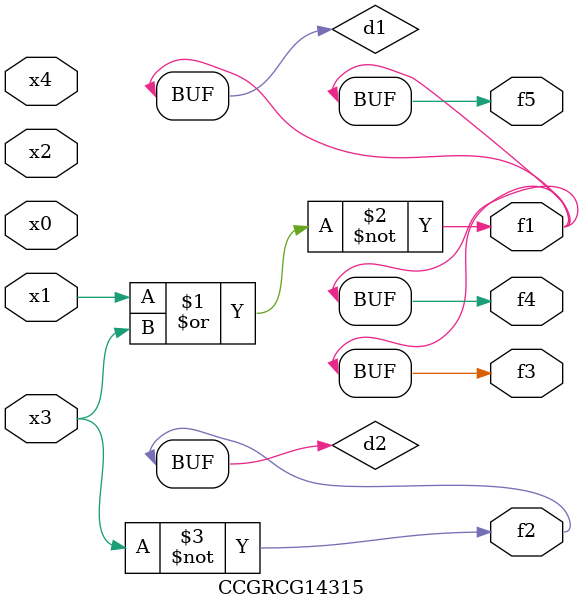
<source format=v>
module CCGRCG14315(
	input x0, x1, x2, x3, x4,
	output f1, f2, f3, f4, f5
);

	wire d1, d2;

	nor (d1, x1, x3);
	not (d2, x3);
	assign f1 = d1;
	assign f2 = d2;
	assign f3 = d1;
	assign f4 = d1;
	assign f5 = d1;
endmodule

</source>
